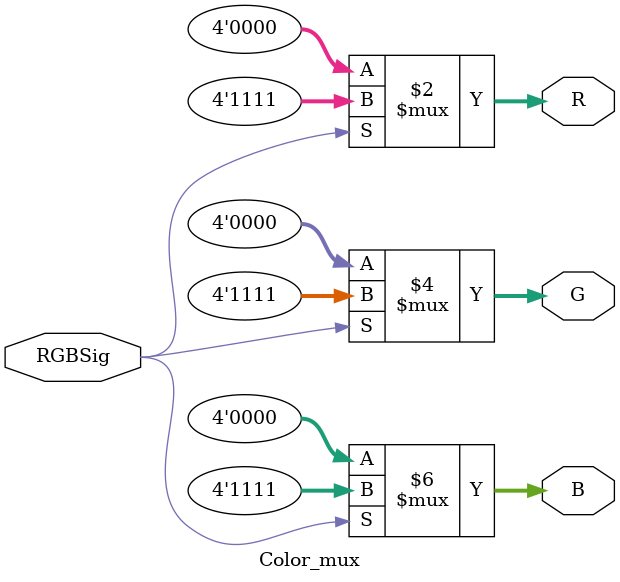
<source format=v>
`timescale 1ns / 1ps
module Color_mux(
    input RGBSig,
        output [3:0] R,
        output [3:0] G,
        output [3:0] B
    );
    
    
    assign R = (RGBSig == 1'b1) ? 4'b1111 : 4'b0000;
    assign G = (RGBSig == 1'b1) ? 4'b1111 : 4'b0000;
    assign B = (RGBSig == 1'b1) ? 4'b1111 : 4'b0000;   


endmodule

</source>
